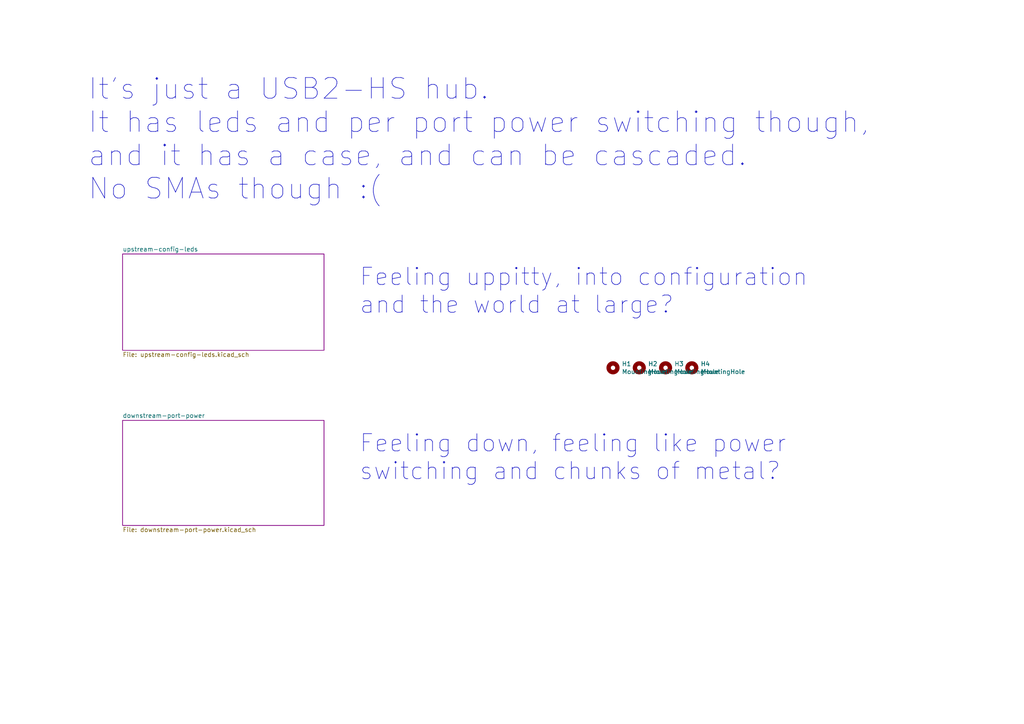
<source format=kicad_sch>
(kicad_sch (version 20210126) (generator eeschema)
  (paper "A4")
  (title_block (title "Hubbish: Cascading per port controllable USB hub") (date "2019-12-03") (comment 1 "intended for controlling libopencm3 regression test boards") (comment 2 "three double ports for test targets w/ user usb") (comment 3 "one up, one down") (comment 4 "github.com/karlp/hubbish"))
  (lib_symbols
    (symbol "Mechanical:MountingHole"
      (property "Reference" "H" (at 0 5.08 0))
      (property "Value" "MountingHole" (at 0 3.175 0))
      (symbol "MountingHole_0_1"
        (circle (center 0 0) (radius 1.27) (stroke (width 1.27)))
      )
    )
  )
  (text "It's just a USB2-HS hub.\nIt has leds and per port power switching though,\nand it has a case, and can be cascaded.\nNo SMAs though :(" (at 25.4 58.42 0) (effects (font (size 5.9944 5.9944)) (justify left bottom)))
  (text "Feeling uppitty, into configuration\nand the world at large?" (at 104.14 91.44 0) (effects (font (size 5.004 5.004)) (justify left bottom)))
  (text "Feeling down, feeling like power\nswitching and chunks of metal?" (at 104.14 139.7 0) (effects (font (size 5.0038 5.0038)) (justify left bottom)))
  (symbol (lib_id "Mechanical:MountingHole") (at 177.8 106.68 0) (unit 1)
    (property "Reference" "H1" (at 180.34 105.537 0) (effects (justify left)))
    (property "Value" "MountingHole" (at 180.34 107.823 0) (effects (justify left)))
    (property "Footprint" "MountingHole:MountingHole_2.7mm_M2.5" (effects hide))
  )
  (symbol (lib_id "Mechanical:MountingHole") (at 185.42 106.68 0) (unit 1)
    (property "Reference" "H2" (at 187.96 105.537 0) (effects (justify left)))
    (property "Value" "MountingHole" (at 187.96 107.823 0) (effects (justify left)))
    (property "Footprint" "MountingHole:MountingHole_2.7mm_M2.5" (effects hide))
  )
  (symbol (lib_id "Mechanical:MountingHole") (at 193.04 106.68 0) (unit 1)
    (property "Reference" "H3" (at 195.58 105.537 0) (effects (justify left)))
    (property "Value" "MountingHole" (at 195.58 107.823 0) (effects (justify left)))
    (property "Footprint" "MountingHole:MountingHole_2.7mm_M2.5" (effects hide))
  )
  (symbol (lib_id "Mechanical:MountingHole") (at 200.66 106.68 0) (unit 1)
    (property "Reference" "H4" (at 203.2 105.537 0) (effects (justify left)))
    (property "Value" "MountingHole" (at 203.2 107.823 0) (effects (justify left)))
    (property "Footprint" "MountingHole:MountingHole_2.7mm_M2.5" (effects hide))
  )
  (sheet (at 35.56 121.92) (size 58.42 30.48) (stroke (width 0.1524) (color 132 0 132 1)) (fill (color 255 255 255 0.0000))
    (property "Sheet name" "downstream-port-power" (at 35.56 121.2845 0) (effects (justify left bottom)))
    (property "Sheet file" "downstream-port-power.kicad_sch" (at 35.56 152.9085 0) (effects (justify left top)))
  )
  (sheet (at 35.56 73.66) (size 58.42 27.94) (stroke (width 0.1524) (color 132 0 132 1)) (fill (color 255 255 255 0.0000))
    (property "Sheet name" "upstream-config-leds" (at 35.56 73.0245 0) (effects (justify left bottom)))
    (property "Sheet file" "upstream-config-leds.kicad_sch" (at 35.56 102.1085 0) (effects (justify left top)))
  )
)
</source>
